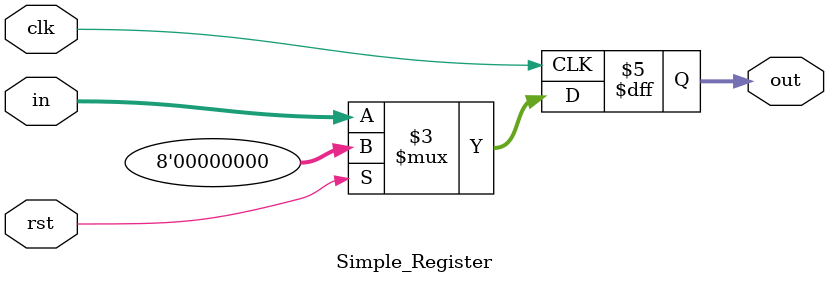
<source format=v>
module Simple_Register #(parameter W=8) (in,clk,rst,out);
input clk,rst;
input [W-1:0] in;
output reg [W-1:0] out;

always @ (posedge clk) 
begin 
	if (rst) 
	out <= 0; 
	else 
	out <= in;
end 
endmodule  
</source>
